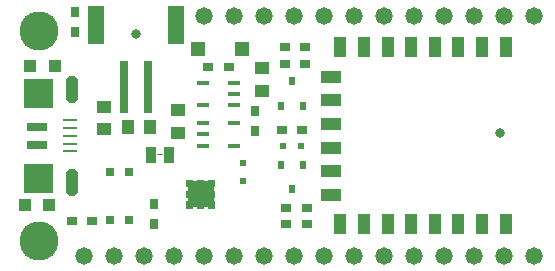
<source format=gtp>
G04 DipTrace 3.0.0.0*
G04 TopPaste.gtp*
%MOIN*%
G04 #@! TF.FileFunction,Paste,Top*
G04 #@! TF.Part,Single*
%AMOUTLINE2*
4,1,4,
-0.011732,-0.001496,
0.011732,-0.001496,
0.011732,0.001496,
-0.011732,0.001496,
-0.011732,-0.001496,
0*%
%AMOUTLINE5*
4,1,4,
-0.001496,0.011732,
-0.001496,-0.011732,
0.001496,-0.011732,
0.001496,0.011732,
-0.001496,0.011732,
0*%
%AMOUTLINE8*
4,1,4,
0.011732,0.001496,
-0.011732,0.001496,
-0.011732,-0.001496,
0.011732,-0.001496,
0.011732,0.001496,
0*%
%AMOUTLINE11*
4,1,4,
0.001496,-0.011732,
0.001496,0.011732,
-0.001496,0.011732,
-0.001496,-0.011732,
0.001496,-0.011732,
0*%
%AMOUTLINE14*
4,1,36,
0.0,-0.015654,
0.002718,-0.015416,
0.005353,-0.01471,
0.007828,-0.013556,
0.010063,-0.011992,
0.011992,-0.010063,
0.013556,-0.007828,
0.01471,-0.005353,
0.015416,-0.002718,
0.015654,0.0,
0.015416,0.002718,
0.01471,0.005353,
0.013556,0.007828,
0.011992,0.010063,
0.010063,0.011992,
0.007828,0.013556,
0.005353,0.01471,
0.002718,0.015416,
0.0,0.015654,
-0.002718,0.015416,
-0.005353,0.01471,
-0.007828,0.013556,
-0.010063,0.011992,
-0.011992,0.010063,
-0.013556,0.007828,
-0.01471,0.005353,
-0.015416,0.002718,
-0.015654,0.0,
-0.015416,-0.002718,
-0.01471,-0.005353,
-0.013556,-0.007828,
-0.011992,-0.010063,
-0.010063,-0.011992,
-0.007828,-0.013556,
-0.005353,-0.01471,
-0.002718,-0.015416,
0.0,-0.015654,
0*%
%AMOUTLINE17*
4,1,8,
0.00819,0.071269,
0.019773,0.059686,
0.019773,-0.00819,
0.00819,-0.019773,
-0.00819,-0.019773,
-0.019773,-0.00819,
-0.019773,0.059686,
-0.00819,0.071269,
0.00819,0.071269,
0*%
%AMOUTLINE20*
4,1,8,
-0.00819,-0.071269,
-0.019773,-0.059686,
-0.019773,0.00819,
-0.00819,0.019773,
0.00819,0.019773,
0.019773,0.00819,
0.019773,-0.059686,
0.00819,-0.071269,
-0.00819,-0.071269,
0*%
%ADD60R,0.045118X0.007717*%
%ADD62R,0.070709X0.031339*%
%ADD64R,0.070709X0.039213*%
%ADD66R,0.039213X0.070709*%
%ADD68R,0.054961X0.125827*%
%ADD70R,0.031339X0.173071*%
%ADD72C,0.130394*%
%ADD74R,0.039213X0.013622*%
%ADD76R,0.027402X0.027402*%
%ADD78R,0.016969X-3.1E-5*%
%ADD80R,0.037969X0.054969*%
%ADD82R,0.023465X0.023465*%
%ADD84R,0.035276X0.031339*%
%ADD86R,0.023465X0.027402*%
%ADD88C,0.057969*%
%ADD90R,0.090394X0.090394*%
%ADD92R,0.047087X0.047087*%
%ADD94R,0.039213X0.039213*%
%ADD96R,0.031339X0.035276*%
%ADD98R,0.040787X0.051024*%
%ADD100R,0.051024X0.040787*%
%ADD104OUTLINE2*%
%ADD107OUTLINE5*%
%ADD110OUTLINE8*%
%ADD113OUTLINE11*%
%ADD116OUTLINE14*%
%ADD119OUTLINE17*%
%ADD122OUTLINE20*%
%FSLAX26Y26*%
G04*
G70*
G90*
G75*
G01*
G04 TopPaste*
%LPD*%
D100*
X1239016Y1068917D3*
Y994114D3*
D98*
X866417Y874016D3*
X791614D3*
D100*
X712441Y866811D3*
Y941614D3*
D96*
X878346Y615472D3*
Y548543D3*
D100*
X959606Y929055D3*
Y854252D3*
D94*
X447677Y614016D3*
X530354D3*
X465177Y1076516D3*
X547854D3*
D92*
X1026181Y1134016D3*
X1171850D3*
G36*
X1010397Y625394D2*
X986780D1*
Y601753D1*
X1010397D1*
Y625394D1*
G37*
G36*
X1045823Y660827D2*
X1022228D1*
Y637186D1*
X1045823D1*
Y660827D1*
G37*
G36*
X1010397D2*
X986780D1*
Y637186D1*
X1010397D1*
Y660827D1*
G37*
G36*
Y696260D2*
X986780D1*
Y672619D1*
X1010397D1*
Y696260D1*
G37*
G36*
X1081270D2*
X1057653D1*
Y672619D1*
X1081270D1*
Y696260D1*
G37*
G36*
Y625394D2*
X1057653D1*
Y601753D1*
X1081270D1*
Y625394D1*
G37*
G36*
Y660827D2*
X1057653D1*
Y637186D1*
X1081270D1*
Y660827D1*
G37*
G36*
X1045823Y696260D2*
X1022228D1*
Y672619D1*
X1045823D1*
Y696260D1*
G37*
G36*
Y625394D2*
X1022228D1*
Y601753D1*
X1045823D1*
Y625394D1*
G37*
D104*
X955276Y698228D3*
Y678543D3*
Y658858D3*
Y639173D3*
Y619488D3*
Y599803D3*
D107*
X984803Y570276D3*
X1004488D3*
X1024173D3*
X1043858D3*
X1063543D3*
X1083228D3*
D110*
X1112756Y599803D3*
Y619488D3*
Y639173D3*
Y658858D3*
Y678543D3*
Y698228D3*
D113*
X1083228Y727756D3*
X1063543D3*
X1043858D3*
X1024173D3*
X1004488D3*
X984803D3*
D90*
X1034016Y649016D3*
D88*
X2144016Y444016D3*
X2044016D3*
X1944016D3*
X1844016D3*
X1744016D3*
X1644016D3*
X1544016D3*
X1444016D3*
X1344016D3*
X1244016D3*
X1144016D3*
X1044016D3*
X944016D3*
X844016D3*
X744016D3*
X644016D3*
X1044016Y1244016D3*
X1144016D3*
X1244016D3*
X1344016D3*
X1444016D3*
X1544016D3*
X1644016D3*
X1744016D3*
X1844016D3*
X1944016D3*
X2044016D3*
X2144016D3*
D86*
X1376417Y748386D3*
X1301614D3*
X1339016Y665709D3*
X1301614Y944646D3*
X1376417D3*
X1339016Y1027323D3*
D84*
X1382480Y1139016D3*
X1315551D3*
X605551Y559016D3*
X672480D3*
X1382480Y1084016D3*
X1315551D3*
X1372480Y864016D3*
X1305551D3*
D82*
X1309016Y809016D3*
X1369016D3*
D84*
X1320551Y549016D3*
X1387480D3*
X1060551Y1074016D3*
X1127480D3*
D96*
X1214016Y927480D3*
Y860551D3*
D84*
X1387480Y604016D3*
X1320551D3*
D96*
X614016Y1257480D3*
Y1190551D3*
D82*
X1174016Y754016D3*
Y694016D3*
D80*
X929016Y779016D3*
X869016D3*
D78*
X899016D3*
D76*
X795512Y563307D3*
Y724724D3*
X732520Y563307D3*
Y724724D3*
D74*
X1145201Y946614D3*
Y984016D3*
Y1021417D3*
X1042831D3*
Y946614D3*
Y886417D3*
Y849016D3*
Y811614D3*
X1145201D3*
Y886417D3*
D72*
X494016Y1194016D3*
Y494016D3*
D116*
X819016Y1184016D3*
X2030874Y854291D3*
D70*
X779646Y1008346D3*
X858386D3*
D68*
X685157Y1213071D3*
X952874D3*
D66*
X2051181Y1139291D3*
X1972441D3*
X1893701D3*
X1814961D3*
X1736220D3*
X1657480D3*
X1578740D3*
X1500000D3*
Y548740D3*
X1578740D3*
X1657480D3*
X1736220D3*
X1814961D3*
X1893701D3*
X1972441D3*
X2051181D3*
D64*
X1469685Y1040866D3*
Y962126D3*
Y883386D3*
Y804646D3*
Y725906D3*
Y647165D3*
G36*
X543318Y936400D2*
X445035D1*
Y1034980D1*
X543318D1*
Y936400D1*
G37*
G36*
Y652969D2*
X445035D1*
Y751550D1*
X543318D1*
Y652969D1*
G37*
D62*
X490276Y873543D3*
Y814488D3*
D60*
X599528Y844016D3*
Y869606D3*
Y792835D3*
Y818425D3*
D119*
X604449Y973937D3*
D122*
Y714094D3*
D90*
X494213Y985748D3*
Y702283D3*
D60*
X599528Y895197D3*
M02*

</source>
